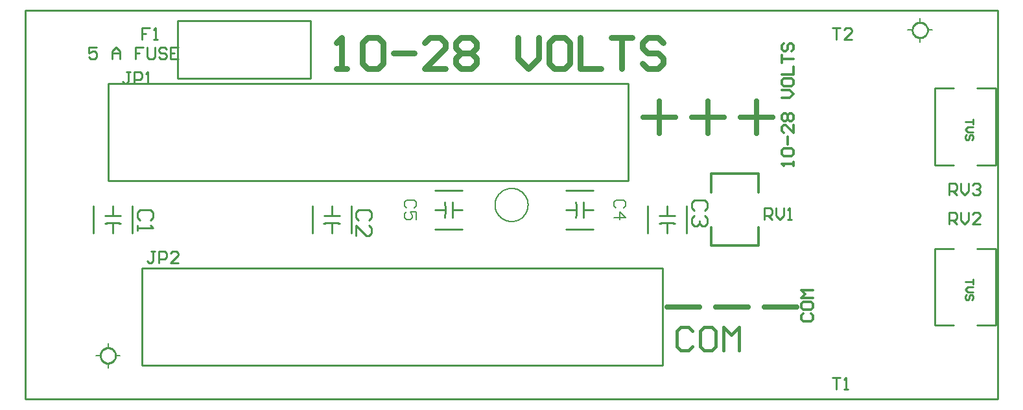
<source format=gto>
*%FSLAX24Y24*%
*%MOIN*%
G01*
%ADD11C,0.0060*%
%ADD12C,0.0073*%
%ADD13C,0.0080*%
%ADD14C,0.0098*%
%ADD15C,0.0100*%
%ADD16C,0.0120*%
%ADD17C,0.0150*%
%ADD18C,0.0160*%
%ADD19C,0.0197*%
%ADD20C,0.0200*%
%ADD21C,0.0250*%
%ADD22C,0.0300*%
%ADD23C,0.0300*%
%ADD24C,0.0394*%
%ADD25C,0.0397*%
%ADD26C,0.0400*%
%ADD27C,0.0434*%
%ADD28C,0.0500*%
%ADD29C,0.0500*%
%ADD30C,0.0700*%
%ADD31C,0.0700*%
%ADD32C,0.0720*%
%ADD33C,0.0827*%
%ADD34C,0.0920*%
%ADD35C,0.1000*%
%ADD36C,0.1000*%
%ADD37C,0.1040*%
%ADD38C,0.1210*%
%ADD39C,0.1250*%
%ADD40C,0.1290*%
%ADD41C,0.1500*%
%ADD42C,0.1560*%
%ADD43C,0.1700*%
%ADD44C,0.1772*%
%ADD45C,0.1812*%
%ADD46C,0.2400*%
%ADD47C,0.2500*%
%ADD48C,0.2500*%
%ADD49R,0.0900X0.2100*%
%ADD50R,0.1000X0.1000*%
%ADD51R,0.1000X0.2200*%
%ADD52R,0.1040X0.2240*%
%ADD53R,0.1050X0.1800*%
%ADD54R,0.1050X0.1850*%
%ADD55R,0.1181X0.1969*%
%ADD56R,0.1221X0.2009*%
%ADD57R,0.1250X0.1250*%
%ADD58R,0.1290X0.1290*%
%ADD59R,0.1500X0.1500*%
%ADD60R,0.1700X0.1700*%
%ADD61R,0.1900X0.0700*%
%ADD62R,0.2000X0.0750*%
%ADD63R,0.2000X0.2000*%
%ADD64R,0.2040X0.0790*%
%ADD65R,0.2040X0.2040*%
%ADD66R,0.2100X0.0900*%
%ADD67R,0.2200X0.1000*%
%ADD68R,0.2200X0.2200*%
%ADD69R,0.2240X0.1040*%
%ADD70R,0.2500X0.2500*%
D11*
X44790Y19480D02*
X44890Y19580D01*
Y19780D01*
X44790Y19880D01*
X44390D01*
X44290Y19780D01*
Y19580D01*
X44390Y19480D01*
X44290Y18980D02*
X44890D01*
X44590Y19280D01*
Y18880D01*
X34140Y19580D02*
X34040Y19480D01*
X34140Y19580D02*
Y19780D01*
X34040Y19880D01*
X33640D01*
X33540Y19780D01*
Y19580D01*
X33640Y19480D01*
X34140Y19280D02*
Y18880D01*
Y19280D02*
X33840D01*
X33940Y19080D01*
Y18980D01*
X33840Y18880D01*
X33640D01*
X33540Y18980D01*
Y19180D01*
X33640Y19280D01*
D13*
X60040Y28000D02*
Y28197D01*
Y29063D02*
Y29260D01*
X59607Y28630D02*
X59410D01*
X60473D02*
X60670D01*
X39890Y19630D02*
X39889Y19596D01*
X39887Y19563D01*
X39884Y19529D01*
X39879Y19496D01*
X39873Y19463D01*
X39866Y19430D01*
X39858Y19398D01*
X39848Y19366D01*
X39837Y19334D01*
X39824Y19303D01*
X39811Y19272D01*
X39796Y19242D01*
X39780Y19212D01*
X39763Y19183D01*
X39745Y19155D01*
X39726Y19128D01*
X39705Y19101D01*
X39684Y19075D01*
X39661Y19050D01*
X39638Y19026D01*
X39614Y19003D01*
X39589Y18981D01*
X39562Y18959D01*
X39536Y18939D01*
X39508Y18920D01*
X39479Y18902D01*
X39450Y18886D01*
X39421Y18870D01*
X39390Y18856D01*
X39359Y18842D01*
X39328Y18830D01*
X39296Y18820D01*
X39264Y18810D01*
X39231Y18802D01*
X39199Y18795D01*
X39166Y18789D01*
X39132Y18785D01*
X39099Y18782D01*
X39065Y18780D01*
X39032Y18780D01*
X38998Y18781D01*
X38965Y18783D01*
X38931Y18787D01*
X38898Y18792D01*
X38865Y18798D01*
X38832Y18806D01*
X38800Y18815D01*
X38768Y18825D01*
X38736Y18836D01*
X38705Y18849D01*
X38674Y18863D01*
X38644Y18878D01*
X38615Y18894D01*
X38586Y18911D01*
X38558Y18930D01*
X38531Y18949D01*
X38504Y18970D01*
X38479Y18992D01*
X38454Y19014D01*
X38430Y19038D01*
X38407Y19062D01*
X38385Y19088D01*
X38364Y19114D01*
X38345Y19141D01*
X38326Y19169D01*
X38308Y19198D01*
X38292Y19227D01*
X38276Y19257D01*
X38262Y19287D01*
X38249Y19318D01*
X38238Y19350D01*
X38227Y19382D01*
X38218Y19414D01*
X38210Y19447D01*
X38203Y19480D01*
X38198Y19513D01*
X38194Y19546D01*
X38191Y19580D01*
X38190Y19613D01*
Y19647D01*
X38191Y19680D01*
X38194Y19714D01*
X38198Y19747D01*
X38203Y19780D01*
X38210Y19813D01*
X38218Y19846D01*
X38227Y19878D01*
X38238Y19910D01*
X38249Y19942D01*
X38262Y19973D01*
X38276Y20003D01*
X38292Y20033D01*
X38308Y20062D01*
X38326Y20091D01*
X38345Y20119D01*
X38364Y20146D01*
X38385Y20172D01*
X38407Y20198D01*
X38430Y20222D01*
X38454Y20246D01*
X38479Y20268D01*
X38504Y20290D01*
X38531Y20311D01*
X38558Y20330D01*
X38586Y20349D01*
X38615Y20366D01*
X38644Y20382D01*
X38674Y20397D01*
X38705Y20411D01*
X38736Y20424D01*
X38768Y20435D01*
X38800Y20445D01*
X38832Y20454D01*
X38865Y20462D01*
X38898Y20468D01*
X38931Y20473D01*
X38965Y20477D01*
X38998Y20479D01*
X39032Y20480D01*
X39065Y20480D01*
X39099Y20478D01*
X39132Y20475D01*
X39166Y20471D01*
X39199Y20465D01*
X39231Y20458D01*
X39264Y20450D01*
X39296Y20440D01*
X39328Y20430D01*
X39359Y20418D01*
X39390Y20404D01*
X39421Y20390D01*
X39450Y20374D01*
X39479Y20358D01*
X39508Y20340D01*
X39536Y20321D01*
X39562Y20301D01*
X39589Y20279D01*
X39614Y20257D01*
X39638Y20234D01*
X39661Y20210D01*
X39684Y20185D01*
X39705Y20159D01*
X39726Y20132D01*
X39745Y20105D01*
X39763Y20077D01*
X39780Y20048D01*
X39796Y20018D01*
X39811Y19988D01*
X39824Y19957D01*
X39837Y19926D01*
X39848Y19894D01*
X39858Y19862D01*
X39866Y19830D01*
X39873Y19797D01*
X39879Y19764D01*
X39884Y19731D01*
X39887Y19697D01*
X39889Y19664D01*
X39890Y19630D01*
X18290Y11447D02*
Y11250D01*
Y12313D02*
Y12510D01*
X17857Y11880D02*
X17660D01*
X18723D02*
X18920D01*
D14*
X60434Y28630D02*
X60432Y28597D01*
X60428Y28564D01*
X60421Y28532D01*
X60412Y28501D01*
X60400Y28470D01*
X60385Y28440D01*
X60368Y28412D01*
X60349Y28385D01*
X60327Y28360D01*
X60303Y28337D01*
X60278Y28316D01*
X60251Y28298D01*
X60222Y28281D01*
X60193Y28267D01*
X60162Y28256D01*
X60130Y28247D01*
X60098Y28241D01*
X60065Y28237D01*
X60032Y28236D01*
X59999Y28238D01*
X59966Y28243D01*
X59934Y28251D01*
X59903Y28261D01*
X59872Y28274D01*
X59843Y28289D01*
X59815Y28307D01*
X59789Y28327D01*
X59765Y28349D01*
X59742Y28373D01*
X59721Y28399D01*
X59703Y28426D01*
X59687Y28455D01*
X59674Y28485D01*
X59663Y28516D01*
X59655Y28548D01*
X59649Y28581D01*
X59647Y28614D01*
Y28646D01*
X59649Y28679D01*
X59655Y28712D01*
X59663Y28744D01*
X59674Y28775D01*
X59687Y28805D01*
X59703Y28834D01*
X59721Y28861D01*
X59742Y28887D01*
X59765Y28911D01*
X59789Y28933D01*
X59815Y28953D01*
X59843Y28971D01*
X59872Y28986D01*
X59903Y28999D01*
X59934Y29009D01*
X59966Y29017D01*
X59999Y29022D01*
X60032Y29024D01*
X60065Y29023D01*
X60098Y29019D01*
X60130Y29013D01*
X60162Y29004D01*
X60193Y28993D01*
X60222Y28979D01*
X60251Y28962D01*
X60278Y28944D01*
X60303Y28923D01*
X60327Y28900D01*
X60349Y28875D01*
X60368Y28848D01*
X60385Y28820D01*
X60400Y28790D01*
X60412Y28759D01*
X60421Y28728D01*
X60428Y28696D01*
X60432Y28663D01*
X60434Y28630D01*
X18684Y11880D02*
X18682Y11847D01*
X18678Y11814D01*
X18671Y11782D01*
X18662Y11751D01*
X18650Y11720D01*
X18635Y11690D01*
X18618Y11662D01*
X18599Y11635D01*
X18577Y11610D01*
X18553Y11587D01*
X18528Y11566D01*
X18501Y11548D01*
X18472Y11531D01*
X18443Y11517D01*
X18412Y11506D01*
X18380Y11497D01*
X18348Y11491D01*
X18315Y11487D01*
X18282Y11486D01*
X18249Y11488D01*
X18216Y11493D01*
X18184Y11501D01*
X18153Y11511D01*
X18122Y11524D01*
X18093Y11539D01*
X18065Y11557D01*
X18039Y11577D01*
X18015Y11599D01*
X17992Y11623D01*
X17971Y11649D01*
X17953Y11676D01*
X17937Y11705D01*
X17924Y11735D01*
X17913Y11766D01*
X17905Y11798D01*
X17899Y11831D01*
X17897Y11864D01*
Y11896D01*
X17899Y11929D01*
X17905Y11962D01*
X17913Y11994D01*
X17924Y12025D01*
X17937Y12055D01*
X17953Y12084D01*
X17971Y12111D01*
X17992Y12137D01*
X18015Y12161D01*
X18039Y12183D01*
X18065Y12203D01*
X18093Y12221D01*
X18122Y12236D01*
X18153Y12249D01*
X18184Y12259D01*
X18216Y12267D01*
X18249Y12272D01*
X18282Y12274D01*
X18315Y12273D01*
X18348Y12269D01*
X18380Y12263D01*
X18412Y12254D01*
X18443Y12243D01*
X18472Y12229D01*
X18501Y12212D01*
X18528Y12194D01*
X18553Y12173D01*
X18577Y12150D01*
X18599Y12125D01*
X18618Y12098D01*
X18635Y12070D01*
X18650Y12040D01*
X18662Y12009D01*
X18671Y11978D01*
X18678Y11946D01*
X18682Y11913D01*
X18684Y11880D01*
D15*
X14040Y29630D02*
X64040D01*
Y9630D02*
X14040D01*
Y29630D01*
X64040D02*
Y9630D01*
X18290Y20880D02*
Y25880D01*
X45040D02*
Y20880D01*
X18290D01*
Y25880D02*
X45040D01*
X19440Y26480D02*
X19240D01*
X19340D01*
Y25980D01*
X19240Y25880D01*
X19140D01*
X19040Y25980D01*
X19640Y25880D02*
Y26480D01*
X19940D01*
X20040Y26380D01*
Y26180D01*
X19940Y26080D01*
X19640D01*
X20240Y25880D02*
X20440D01*
X20340D01*
Y26480D01*
X20341D01*
X20340D02*
X20240Y26380D01*
X21865Y26134D02*
Y29126D01*
X28715D02*
Y26134D01*
X21865D01*
Y29126D02*
X28715D01*
X17690Y27730D02*
X17290D01*
Y27430D01*
X17490Y27530D01*
X17590D01*
X17690Y27430D01*
Y27230D01*
X17590Y27130D01*
X17390D01*
X17290Y27230D01*
X18490Y27130D02*
Y27530D01*
X18690Y27730D01*
X18889Y27530D01*
Y27130D01*
Y27430D01*
X18490D01*
X19689Y27730D02*
X20089D01*
X19689D02*
Y27430D01*
X19889D01*
X19689D01*
Y27130D01*
X20289Y27230D02*
Y27730D01*
Y27230D02*
X20389Y27130D01*
X20589D01*
X20689Y27230D01*
Y27730D01*
X21189D02*
X21289Y27630D01*
X21189Y27730D02*
X20989D01*
X20889Y27630D01*
Y27530D01*
X20989Y27430D01*
X21189D01*
X21289Y27330D01*
Y27230D01*
X21189Y27130D01*
X20989D01*
X20889Y27230D01*
X21489Y27730D02*
X21889D01*
X21489D02*
Y27130D01*
X21889D01*
X21689Y27430D02*
X21489D01*
X20440Y28730D02*
X20040D01*
Y28430D01*
X20240D01*
X20040D01*
Y28130D01*
X20640D02*
X20840D01*
X20740D01*
Y28730D01*
X20741D01*
X20740D02*
X20640Y28630D01*
X55540Y28730D02*
X55940D01*
X55740D01*
Y28130D01*
X56140D02*
X56540D01*
X56140D02*
X56540Y28530D01*
Y28630D01*
X56440Y28730D01*
X56240D01*
X56140Y28630D01*
X62765Y24055D02*
Y23789D01*
Y23922D01*
X62365D01*
X62498Y23655D02*
X62765D01*
X62498D02*
X62365Y23522D01*
X62498Y23389D01*
X62765D01*
Y23056D02*
X62698Y22989D01*
X62765Y23056D02*
Y23189D01*
X62698Y23255D01*
X62631D01*
X62565Y23189D01*
Y23056D01*
X62498Y22989D01*
X62431D01*
X62365Y23056D01*
Y23189D01*
X62431Y23255D01*
X63940Y21693D02*
Y25630D01*
X60790D02*
Y21693D01*
X62955Y25630D02*
X63940D01*
Y21693D02*
X62955D01*
X61774D02*
X60790D01*
Y25630D02*
X61774D01*
X61540Y20730D02*
Y20130D01*
Y20730D02*
X61840D01*
X61940Y20630D01*
Y20430D01*
X61840Y20330D01*
X61540D01*
X61740D02*
X61940Y20130D01*
X62140Y20330D02*
Y20730D01*
Y20330D02*
X62340Y20130D01*
X62540Y20330D01*
Y20730D01*
X62740Y20630D02*
X62840Y20730D01*
X63040D01*
X63139Y20630D01*
Y20530D01*
X63140D01*
X63139D02*
X63140D01*
X63139D02*
X63140D01*
X63139D02*
X63040Y20430D01*
X62940D01*
X63040D01*
X63139Y20330D01*
Y20230D01*
X63040Y20130D01*
X62840D01*
X62740Y20230D01*
X62765Y15805D02*
Y15539D01*
Y15672D01*
X62365D01*
X62498Y15405D02*
X62765D01*
X62498D02*
X62365Y15272D01*
X62498Y15139D01*
X62765D01*
Y14806D02*
X62698Y14739D01*
X62765Y14806D02*
Y14939D01*
X62698Y15005D01*
X62631D01*
X62565Y14939D01*
Y14806D01*
X62498Y14739D01*
X62431D01*
X62365Y14806D01*
Y14939D01*
X62431Y15005D01*
X63940Y13443D02*
Y17380D01*
X60790D02*
Y13443D01*
X62955Y17380D02*
X63940D01*
Y13443D02*
X62955D01*
X61774D02*
X60790D01*
Y17380D02*
X61774D01*
X61540Y18630D02*
Y19230D01*
X61840D01*
X61940Y19130D01*
Y18930D01*
X61840Y18830D01*
X61540D01*
X61740D02*
X61940Y18630D01*
X62140Y18830D02*
Y19230D01*
Y18830D02*
X62340Y18630D01*
X62540Y18830D01*
Y19230D01*
X62740Y18630D02*
X63139D01*
X62740D02*
X63139Y19030D01*
Y19130D01*
X63040Y19230D01*
X62840D01*
X62740Y19130D01*
X55940Y10730D02*
X55540D01*
X55740D02*
X55940D01*
X55740D02*
Y10130D01*
X56140D02*
X56340D01*
X56240D01*
Y10730D01*
X56241D01*
X56240D02*
X56140Y10630D01*
X52040Y18880D02*
Y19480D01*
X52340D01*
X52440Y19380D01*
Y19180D01*
X52340Y19080D01*
X52040D01*
X52240D02*
X52440Y18880D01*
X52640Y19080D02*
Y19480D01*
Y19080D02*
X52840Y18880D01*
X53040Y19080D01*
Y19480D01*
X53240Y18880D02*
X53440D01*
X53340D01*
Y19480D01*
X53341D01*
X53340D02*
X53240Y19380D01*
X47444Y18679D02*
X47410Y18686D01*
X47377Y18692D01*
X47344Y18698D01*
X47310Y18703D01*
X47277Y18707D01*
X47243Y18711D01*
X47209Y18714D01*
X47175Y18717D01*
X47142Y18719D01*
X47108Y18720D01*
X47074Y18721D01*
X47040Y18722D01*
X47006Y18721D01*
X46972Y18720D01*
X46938Y18719D01*
X46905Y18717D01*
X46871Y18714D01*
X46837Y18711D01*
X46803Y18707D01*
X46770Y18703D01*
X46736Y18698D01*
X46703Y18692D01*
X46670Y18686D01*
X46636Y18679D01*
X48040Y18180D02*
Y19580D01*
X46040D02*
Y18180D01*
X47040Y19080D02*
Y19580D01*
Y18680D02*
Y18180D01*
X46640Y19080D02*
X47440D01*
X48956Y19347D02*
X49090Y19480D01*
Y19747D01*
X48956Y19880D01*
X48423D01*
X48290Y19747D01*
Y19480D01*
X48423Y19347D01*
X48956Y19080D02*
X49090Y18947D01*
Y18680D01*
X48956Y18547D01*
X48823D01*
X48824D01*
X48823D02*
X48824D01*
X48823D02*
X48824D01*
X48823D02*
X48690Y18680D01*
Y18814D01*
Y18680D01*
X48557Y18547D01*
X48423D01*
X48290Y18680D01*
Y18947D01*
X48423Y19080D01*
X42339Y18976D02*
X42346Y19010D01*
X42352Y19043D01*
X42358Y19076D01*
X42363Y19110D01*
X42367Y19143D01*
X42371Y19177D01*
X42374Y19211D01*
X42377Y19245D01*
X42379Y19278D01*
X42380Y19312D01*
X42381Y19346D01*
X42382Y19380D01*
X42381Y19414D01*
X42380Y19448D01*
X42379Y19482D01*
X42377Y19515D01*
X42374Y19549D01*
X42371Y19583D01*
X42367Y19617D01*
X42363Y19650D01*
X42358Y19684D01*
X42352Y19717D01*
X42346Y19750D01*
X42339Y19784D01*
X42740Y19780D02*
Y18980D01*
X43240Y18380D02*
X41840D01*
Y20380D02*
X43240D01*
Y19380D02*
X42740D01*
X42340D02*
X41840D01*
X35589Y19784D02*
X35596Y19750D01*
X35602Y19717D01*
X35608Y19684D01*
X35613Y19650D01*
X35617Y19617D01*
X35621Y19583D01*
X35624Y19549D01*
X35627Y19515D01*
X35629Y19482D01*
X35630Y19448D01*
X35631Y19414D01*
X35632Y19380D01*
X35631Y19346D01*
X35630Y19312D01*
X35629Y19278D01*
X35627Y19245D01*
X35624Y19211D01*
X35621Y19177D01*
X35617Y19143D01*
X35613Y19110D01*
X35608Y19076D01*
X35602Y19043D01*
X35596Y19010D01*
X35589Y18976D01*
X35990Y18980D02*
Y19780D01*
X36490Y18380D02*
X35090D01*
Y20380D02*
X36490D01*
Y19380D02*
X35990D01*
X35590D02*
X35090D01*
X30194Y18679D02*
X30160Y18686D01*
X30127Y18692D01*
X30094Y18698D01*
X30060Y18703D01*
X30027Y18707D01*
X29993Y18711D01*
X29959Y18714D01*
X29925Y18717D01*
X29892Y18719D01*
X29858Y18720D01*
X29824Y18721D01*
X29790Y18722D01*
X29756Y18721D01*
X29722Y18720D01*
X29688Y18719D01*
X29655Y18717D01*
X29621Y18714D01*
X29587Y18711D01*
X29553Y18707D01*
X29520Y18703D01*
X29486Y18698D01*
X29453Y18692D01*
X29420Y18686D01*
X29386Y18679D01*
X30790Y18180D02*
Y19580D01*
X28790D02*
Y18180D01*
X29790Y19080D02*
Y19580D01*
Y18680D02*
Y18180D01*
X29390Y19080D02*
X30190D01*
X31706Y18847D02*
X31840Y18980D01*
Y19247D01*
X31706Y19380D01*
X31173D01*
X31040Y19247D01*
Y18980D01*
X31173Y18847D01*
X31040Y18580D02*
Y18047D01*
Y18580D02*
X31573Y18047D01*
X31706D01*
X31840Y18180D01*
Y18447D01*
X31706Y18580D01*
X20040Y16380D02*
Y11380D01*
X46790D02*
Y16380D01*
Y11380D02*
X20040D01*
Y16380D02*
X46790D01*
X20690Y17230D02*
X20490D01*
X20590D01*
Y16730D01*
X20490Y16630D01*
X20390D01*
X20290Y16730D01*
X20890Y16630D02*
Y17230D01*
X21190D01*
X21290Y17130D01*
Y16930D01*
X21190Y16830D01*
X20890D01*
X21490Y16630D02*
X21889D01*
X21490D02*
X21889Y17030D01*
Y17130D01*
X21790Y17230D01*
X21590D01*
X21490Y17130D01*
X18944Y18679D02*
X18910Y18686D01*
X18877Y18692D01*
X18844Y18698D01*
X18810Y18703D01*
X18777Y18707D01*
X18743Y18711D01*
X18709Y18714D01*
X18675Y18717D01*
X18642Y18719D01*
X18608Y18720D01*
X18574Y18721D01*
X18540Y18722D01*
X18506Y18721D01*
X18472Y18720D01*
X18438Y18719D01*
X18405Y18717D01*
X18371Y18714D01*
X18337Y18711D01*
X18303Y18707D01*
X18270Y18703D01*
X18236Y18698D01*
X18203Y18692D01*
X18170Y18686D01*
X18136Y18679D01*
X19540Y18180D02*
Y19580D01*
X17540D02*
Y18180D01*
X18540Y19080D02*
Y19580D01*
Y18680D02*
Y18180D01*
X18140Y19080D02*
X18940D01*
X20456Y18847D02*
X20590Y18980D01*
Y19247D01*
X20456Y19380D01*
X19923D01*
X19790Y19247D01*
Y18980D01*
X19923Y18847D01*
X19790Y18580D02*
Y18314D01*
Y18447D01*
X20590D01*
X20591D01*
X20590D02*
X20456Y18580D01*
D16*
X53540Y21630D02*
Y21830D01*
Y21730D01*
X52940D01*
X52941D01*
X52940D02*
X53040Y21630D01*
Y22130D02*
X52940Y22230D01*
Y22430D01*
X53040Y22530D01*
X53440D01*
X53540Y22430D01*
Y22230D01*
X53440Y22130D01*
X53040D01*
X53240Y22730D02*
Y23130D01*
X53540Y23329D02*
Y23729D01*
Y23329D02*
X53140Y23729D01*
X53040D01*
X52940Y23629D01*
Y23429D01*
X53040Y23329D01*
Y23929D02*
X52940Y24029D01*
Y24229D01*
X53040Y24329D01*
X53140D01*
X53240Y24229D01*
X53340Y24329D01*
X53440D01*
X53540Y24229D01*
Y24029D01*
X53440Y23929D01*
X53340D01*
X53240Y24029D01*
X53140Y23929D01*
X53040D01*
X53240Y24029D02*
Y24229D01*
X53340Y25129D02*
X52940D01*
X53340D02*
X53540Y25329D01*
X53340Y25529D01*
X52940D01*
Y25829D02*
Y26029D01*
Y25829D02*
X53040Y25729D01*
X53440D01*
X53540Y25829D01*
Y26029D01*
X53440Y26129D01*
X53040D01*
X52940Y26029D01*
Y26328D02*
X53540D01*
Y26728D01*
X52940Y26928D02*
Y27328D01*
Y27128D01*
X53540D01*
X52940Y27828D02*
X53040Y27928D01*
X52940Y27828D02*
Y27628D01*
X53040Y27528D01*
X53140D01*
X53240Y27628D01*
Y27828D01*
X53340Y27928D01*
X53440D01*
X53540Y27828D01*
Y27628D01*
X53440Y27528D01*
X54040Y14030D02*
X53940Y13930D01*
Y13730D01*
X54040Y13630D01*
X54440D01*
X54540Y13730D01*
Y13930D01*
X54440Y14030D01*
X53940Y14330D02*
Y14530D01*
Y14330D02*
X54040Y14230D01*
X54440D01*
X54540Y14330D01*
Y14530D01*
X54440Y14630D01*
X54040D01*
X53940Y14530D01*
Y14830D02*
X54540D01*
X54140Y15030D02*
X53940Y14830D01*
X54140Y15030D02*
X53940Y15229D01*
X54540D01*
X51740Y17530D02*
Y18480D01*
X49290D02*
Y17530D01*
Y20280D02*
Y21230D01*
X51740D02*
Y20280D01*
Y17530D02*
X49290D01*
Y21230D02*
X51740D01*
D17*
X48140Y13330D02*
X48340Y13130D01*
X48140Y13330D02*
X47740D01*
X47540Y13130D01*
Y12330D01*
X47740Y12130D01*
X48140D01*
X48340Y12330D01*
X48940Y13330D02*
X49339D01*
X48940D02*
X48740Y13130D01*
Y12330D01*
X48940Y12130D01*
X49339D01*
X49539Y12330D01*
Y13130D01*
X49339Y13330D01*
X49939D02*
Y12130D01*
X50339Y12930D02*
X49939Y13330D01*
X50339Y12930D02*
X50739Y13330D01*
Y12130D01*
D21*
X48706Y14380D02*
X47040D01*
X49539D02*
X51205D01*
X52038D02*
X53705D01*
X47456Y24130D02*
X45790D01*
X46623Y24963D02*
Y23297D01*
X48289Y24130D02*
X49955D01*
X49122Y24963D02*
Y23297D01*
X50788Y24130D02*
X52455D01*
X51621Y24963D02*
Y23297D01*
D23*
X30573Y26630D02*
X30040D01*
X30307D02*
X30573D01*
X30307D02*
Y28229D01*
X30308D01*
X30307D02*
X30040Y27963D01*
X31373D02*
X31639Y28229D01*
X32173D01*
X32439Y27963D01*
Y26897D01*
X32173Y26630D01*
X31639D01*
X31373Y26897D01*
Y27963D01*
X32972Y27430D02*
X34039D01*
X34572Y26630D02*
X35638D01*
X34572D02*
X35638Y27696D01*
Y27963D01*
X35372Y28229D01*
X34838D01*
X34572Y27963D01*
X36171D02*
X36438Y28229D01*
X36971D01*
X37238Y27963D01*
Y27696D01*
X36971Y27430D01*
X37238Y27163D01*
Y26897D01*
X36971Y26630D01*
X36438D01*
X36171Y26897D01*
Y27163D01*
X36438Y27430D01*
X36171Y27696D01*
Y27963D01*
X36438Y27430D02*
X36971D01*
X39370Y27163D02*
Y28229D01*
Y27163D02*
X39903Y26630D01*
X40437Y27163D01*
Y28229D01*
X41236D02*
X41770D01*
X41236D02*
X40970Y27963D01*
Y26897D01*
X41236Y26630D01*
X41770D01*
X42036Y26897D01*
Y27963D01*
X41770Y28229D01*
X42569D02*
Y26630D01*
X43636D01*
X44169Y28229D02*
X45235D01*
X44702D01*
Y26630D01*
X46568Y28229D02*
X46835Y27963D01*
X46568Y28229D02*
X46035D01*
X45768Y27963D01*
Y27696D01*
X46035Y27430D01*
X46568D01*
X46835Y27163D01*
Y26897D01*
X46568Y26630D01*
X46035D01*
X45768Y26897D01*
D02*
M02*

</source>
